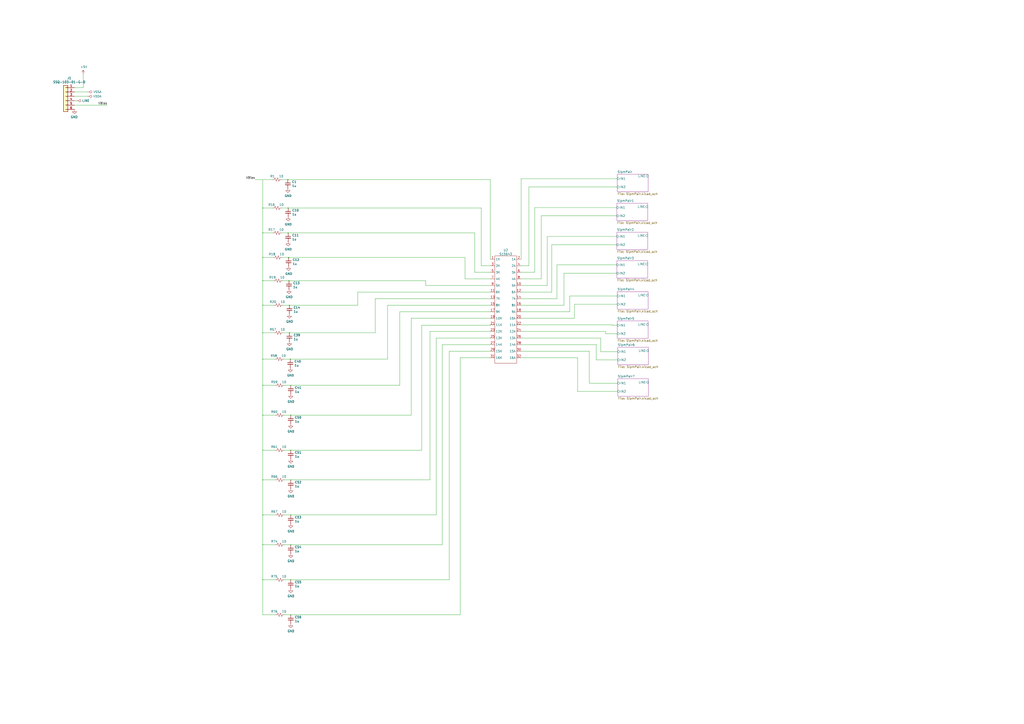
<source format=kicad_sch>
(kicad_sch (version 20210621) (generator eeschema)
  (paper "A2")
  (lib_symbols
    (symbol "Connector_Generic:Conn_01x06" (pin_names (offset 1.016) hide)
      (property "Reference" "J" (at 0 7.62 0))
      (property "Value" "Conn_01x06" (at 0 -10.16 0))
      (symbol "Conn_01x06_1_1"
        (rectangle (start -1.27 -7.493) (end 0 -7.747) (stroke (width 0.1524)))
        (rectangle (start -1.27 -4.953) (end 0 -5.207) (stroke (width 0.1524)))
        (rectangle (start -1.27 -2.413) (end 0 -2.667) (stroke (width 0.1524)))
        (rectangle (start -1.27 0.127) (end 0 -0.127) (stroke (width 0.1524)))
        (rectangle (start -1.27 2.667) (end 0 2.413) (stroke (width 0.1524)))
        (rectangle (start -1.27 5.207) (end 0 4.953) (stroke (width 0.1524)))
        (rectangle (start -1.27 6.35) (end 1.27 -8.89) (stroke (width 0.254)) (fill (type background)))
        (pin passive line (at -5.08 5.08 0) (length 3.81) (name "Pin_1") (number "1"))
        (pin passive line (at -5.08 2.54 0) (length 3.81) (name "Pin_2") (number "2"))
        (pin passive line (at -5.08 0 0) (length 3.81) (name "Pin_3") (number "3"))
        (pin passive line (at -5.08 -2.54 0) (length 3.81) (name "Pin_4") (number "4"))
        (pin passive line (at -5.08 -5.08 0) (length 3.81) (name "Pin_5") (number "5"))
        (pin passive line (at -5.08 -7.62 0) (length 3.81) (name "Pin_6") (number "6"))
      )
    )
    (symbol "Device:C_Small" (pin_numbers hide) (pin_names (offset 0.254) hide)
      (property "Reference" "C" (at 0.254 1.778 0))
      (property "Value" "C_Small" (at 0.254 -2.032 0))
      (symbol "C_Small_0_1"
        (polyline (pts (xy -1.524 -0.508) (xy 1.524 -0.508)) (stroke (width 0.3302)))
        (polyline (pts (xy -1.524 0.508) (xy 1.524 0.508)) (stroke (width 0.3048)))
      )
      (symbol "C_Small_1_1"
        (pin passive line (at 0 2.54 270) (length 2.032) (name "~") (number "1"))
        (pin passive line (at 0 -2.54 90) (length 2.032) (name "~") (number "2"))
      )
    )
    (symbol "Device:R_Small_US" (pin_numbers hide) (pin_names (offset 0.254) hide)
      (property "Reference" "R" (at 0.762 0.508 0))
      (property "Value" "R_Small_US" (at 0.762 -1.016 0))
      (symbol "R_Small_US_1_1"
        (polyline (pts (xy 0 0) (xy 1.016 -0.381) (xy 0 -0.762) (xy -1.016 -1.143) (xy 0 -1.524)))
        (polyline (pts (xy 0 1.524) (xy 1.016 1.143) (xy 0 0.762) (xy -1.016 0.381) (xy 0 0)))
        (pin passive line (at 0 2.54 270) (length 1.016) (name "~") (number "1"))
        (pin passive line (at 0 -2.54 90) (length 1.016) (name "~") (number "2"))
      )
    )
    (symbol "power:+5V" (power) (pin_names (offset 0))
      (property "Value" "+5V" (at 0 3.556 0))
      (symbol "+5V_0_1"
        (polyline (pts (xy -0.762 1.27) (xy 0 2.54)))
        (polyline (pts (xy 0 0) (xy 0 2.54)))
        (polyline (pts (xy 0 2.54) (xy 0.762 1.27)))
      )
      (symbol "+5V_1_1"
        (pin power_in line (at 0 0 90) (length 0) hide (name "+5V") (number "1"))
      )
    )
    (symbol "power:GND" (power) (pin_names (offset 0))
      (property "Value" "GND" (at 0 -3.81 0))
      (symbol "GND_0_1"
        (polyline (pts (xy 0 0) (xy 0 -1.27) (xy 1.27 -1.27) (xy 0 -2.54) (xy -1.27 -1.27) (xy 0 -1.27)))
      )
      (symbol "GND_1_1"
        (pin power_in line (at 0 0 270) (length 0) hide (name "GND") (number "1"))
      )
    )
    (symbol "power:LINE" (power) (pin_names (offset 0))
      (property "Value" "LINE" (at 0 3.81 0))
      (symbol "LINE_0_1"
        (circle (center 0 1.905) (radius 0.635))
        (polyline (pts (xy 0 0) (xy 0 1.27)))
      )
      (symbol "LINE_1_1"
        (pin power_in line (at 0 0 90) (length 0) hide (name "LINE") (number "1"))
      )
    )
    (symbol "power:VDDA" (power) (pin_names (offset 0))
      (property "Value" "VDDA" (at 0 3.81 0))
      (symbol "VDDA_0_1"
        (circle (center 0 1.905) (radius 0.635))
        (polyline (pts (xy 0 0) (xy 0 1.27)))
      )
      (symbol "VDDA_1_1"
        (pin power_in line (at 0 0 90) (length 0) hide (name "VDDA") (number "1"))
      )
    )
    (symbol "power:VSSA" (power) (pin_names (offset 0))
      (property "Value" "VSSA" (at 0 3.81 0))
      (symbol "VSSA_0_1"
        (circle (center 0 1.905) (radius 0.635))
        (polyline (pts (xy 0 0) (xy 0 1.27)))
      )
      (symbol "VSSA_1_1"
        (pin power_in line (at 0 0 90) (length 0) hide (name "VSSA") (number "1"))
      )
    )
    (symbol "sipm:S15643"
      (property "Reference" "U" (at 0 21.59 0))
      (property "Value" "S15643" (at 0 24.13 0))
      (symbol "S15643_0_1"
        (rectangle (start -6.35 19.685) (end 6.35 -42.545) (stroke (width 0.1524)))
      )
      (symbol "S15643_1_1"
        (pin input line (at -8.89 17.78 0) (length 2.54) (name "1K") (number "1"))
        (pin output line (at 8.89 2.54 180) (length 2.54) (name "5A") (number "10"))
        (pin input line (at -8.89 -1.27 0) (length 2.54) (name "6K") (number "11"))
        (pin output line (at 8.89 -1.27 180) (length 2.54) (name "6A") (number "12"))
        (pin input line (at -8.89 -5.08 0) (length 2.54) (name "7K") (number "13"))
        (pin output line (at 8.89 -5.08 180) (length 2.54) (name "7A") (number "14"))
        (pin input line (at -8.89 -8.89 0) (length 2.54) (name "8K") (number "15"))
        (pin output line (at 8.89 -8.89 180) (length 2.54) (name "8A") (number "16"))
        (pin input line (at -8.89 -12.7 0) (length 2.54) (name "9K") (number "17"))
        (pin output line (at 8.89 -12.7 180) (length 2.54) (name "9A") (number "18"))
        (pin input line (at -8.89 -16.51 0) (length 2.54) (name "10K") (number "19"))
        (pin output line (at 8.89 17.78 180) (length 2.54) (name "1A") (number "2"))
        (pin output line (at 8.89 -16.51 180) (length 2.54) (name "10A") (number "20"))
        (pin input line (at -8.89 -20.32 0) (length 2.54) (name "11K") (number "21"))
        (pin output line (at 8.89 -20.32 180) (length 2.54) (name "11A") (number "22"))
        (pin input line (at -8.89 -24.13 0) (length 2.54) (name "12K") (number "23"))
        (pin output line (at 8.89 -24.13 180) (length 2.54) (name "12A") (number "24"))
        (pin input line (at -8.89 -27.94 0) (length 2.54) (name "13K") (number "25"))
        (pin output line (at 8.89 -27.94 180) (length 2.54) (name "13A") (number "26"))
        (pin input line (at -8.89 -31.75 0) (length 2.54) (name "14K") (number "27"))
        (pin output line (at 8.89 -31.75 180) (length 2.54) (name "14A") (number "28"))
        (pin input line (at -8.89 -35.56 0) (length 2.54) (name "15K") (number "29"))
        (pin input line (at -8.89 13.97 0) (length 2.54) (name "2K") (number "3"))
        (pin output line (at 8.89 -35.56 180) (length 2.54) (name "15A") (number "30"))
        (pin input line (at -8.89 -39.37 0) (length 2.54) (name "16K") (number "31"))
        (pin output line (at 8.89 -39.37 180) (length 2.54) (name "16A") (number "32"))
        (pin output line (at 8.89 13.97 180) (length 2.54) (name "2A") (number "4"))
        (pin input line (at -8.89 10.16 0) (length 2.54) (name "3K") (number "5"))
        (pin output line (at 8.89 10.16 180) (length 2.54) (name "3A") (number "6"))
        (pin input line (at -8.89 6.35 0) (length 2.54) (name "4K") (number "7"))
        (pin output line (at 8.89 6.35 180) (length 2.54) (name "4A") (number "8"))
        (pin input line (at -8.89 2.54 0) (length 2.54) (name "5K") (number "9"))
      )
    )
  )
  (junction (at 152.4 120.65) (diameter 0.3048))
  (junction (at 152.4 135.128) (diameter 0.3048))
  (junction (at 152.4 149.352) (diameter 0.3048))
  (junction (at 152.4 162.814) (diameter 0.3048))
  (junction (at 152.4 177.038) (diameter 0.3048))
  (junction (at 152.4 193.04) (diameter 0.3048))
  (junction (at 152.4 208.28) (diameter 0.3048))
  (junction (at 152.4 223.52) (diameter 0.3048))
  (junction (at 152.4 240.792) (diameter 0.3048))
  (junction (at 152.4 261.112) (diameter 0.3048))
  (junction (at 152.4 278.384) (diameter 0.3048))
  (junction (at 152.4 298.704) (diameter 0.3048))
  (junction (at 152.4 315.976) (diameter 0.3048))
  (junction (at 152.4 336.296) (diameter 0.3048))
  (junction (at 167.005 104.14) (diameter 0.3048))
  (junction (at 167.132 120.65) (diameter 0.3048))
  (junction (at 167.132 135.128) (diameter 0.3048))
  (junction (at 167.386 149.352) (diameter 0.3048))
  (junction (at 167.64 162.814) (diameter 0.3048))
  (junction (at 167.894 177.038) (diameter 0.3048))
  (junction (at 167.894 193.04) (diameter 0.3048))
  (junction (at 168.402 208.28) (diameter 0.3048))
  (junction (at 168.656 223.52) (diameter 0.3048))
  (junction (at 168.656 240.792) (diameter 0.3048))
  (junction (at 168.656 261.112) (diameter 0.3048))
  (junction (at 168.656 278.384) (diameter 0.3048))
  (junction (at 168.656 298.704) (diameter 0.3048))
  (junction (at 168.656 315.976) (diameter 0.3048))
  (junction (at 168.656 336.296) (diameter 0.3048))
  (junction (at 168.656 356.616) (diameter 0.3048))
  (wire (pts (xy 43.18 50.8) (xy 48.26 50.8)))
  (wire (pts (xy 43.18 53.34) (xy 50.8 53.34)))
  (wire (pts (xy 43.18 55.88) (xy 50.8 55.88)))
  (wire (pts (xy 43.18 58.42) (xy 44.45 58.42)))
  (wire (pts (xy 43.18 60.96) (xy 62.23 60.96)))
  (wire (pts (xy 48.26 43.18) (xy 48.26 50.8)))
  (wire (pts (xy 147.955 104.14) (xy 158.115 104.14)))
  (wire (pts (xy 152.4 104.394) (xy 152.4 120.65)))
  (wire (pts (xy 152.4 120.65) (xy 158.242 120.65)))
  (wire (pts (xy 152.4 135.128) (xy 152.4 120.65)))
  (wire (pts (xy 152.4 135.128) (xy 152.4 149.352)))
  (wire (pts (xy 152.4 149.352) (xy 152.4 162.814)))
  (wire (pts (xy 152.4 149.352) (xy 158.496 149.352)))
  (wire (pts (xy 152.4 162.814) (xy 152.4 177.038)))
  (wire (pts (xy 152.4 162.814) (xy 158.75 162.814)))
  (wire (pts (xy 152.4 177.038) (xy 152.4 193.04)))
  (wire (pts (xy 152.4 177.038) (xy 159.004 177.038)))
  (wire (pts (xy 152.4 193.04) (xy 152.4 208.28)))
  (wire (pts (xy 152.4 193.04) (xy 159.004 193.04)))
  (wire (pts (xy 152.4 208.28) (xy 152.4 223.52)))
  (wire (pts (xy 152.4 208.28) (xy 159.512 208.28)))
  (wire (pts (xy 152.4 223.52) (xy 152.4 240.792)))
  (wire (pts (xy 152.4 223.52) (xy 159.766 223.52)))
  (wire (pts (xy 152.4 240.792) (xy 152.4 261.112)))
  (wire (pts (xy 152.4 240.792) (xy 159.766 240.792)))
  (wire (pts (xy 152.4 261.112) (xy 152.4 278.384)))
  (wire (pts (xy 152.4 261.112) (xy 159.766 261.112)))
  (wire (pts (xy 152.4 278.384) (xy 152.4 298.704)))
  (wire (pts (xy 152.4 278.384) (xy 159.766 278.384)))
  (wire (pts (xy 152.4 298.704) (xy 152.4 315.976)))
  (wire (pts (xy 152.4 298.704) (xy 159.766 298.704)))
  (wire (pts (xy 152.4 315.976) (xy 152.4 336.296)))
  (wire (pts (xy 152.4 315.976) (xy 159.766 315.976)))
  (wire (pts (xy 152.4 336.296) (xy 152.4 356.616)))
  (wire (pts (xy 152.4 336.296) (xy 159.766 336.296)))
  (wire (pts (xy 152.4 356.616) (xy 159.766 356.616)))
  (wire (pts (xy 158.242 135.128) (xy 152.4 135.128)))
  (wire (pts (xy 163.195 104.14) (xy 167.005 104.14)))
  (wire (pts (xy 163.322 120.65) (xy 167.132 120.65)))
  (wire (pts (xy 163.322 135.128) (xy 167.132 135.128)))
  (wire (pts (xy 163.576 149.352) (xy 167.386 149.352)))
  (wire (pts (xy 163.83 162.814) (xy 167.64 162.814)))
  (wire (pts (xy 164.084 177.038) (xy 167.894 177.038)))
  (wire (pts (xy 164.084 193.04) (xy 167.894 193.04)))
  (wire (pts (xy 164.592 208.28) (xy 168.402 208.28)))
  (wire (pts (xy 164.846 223.52) (xy 168.656 223.52)))
  (wire (pts (xy 164.846 240.792) (xy 168.656 240.792)))
  (wire (pts (xy 164.846 261.112) (xy 168.656 261.112)))
  (wire (pts (xy 164.846 278.384) (xy 168.656 278.384)))
  (wire (pts (xy 164.846 298.704) (xy 168.656 298.704)))
  (wire (pts (xy 164.846 315.976) (xy 168.656 315.976)))
  (wire (pts (xy 164.846 336.296) (xy 168.656 336.296)))
  (wire (pts (xy 164.846 356.616) (xy 168.656 356.616)))
  (wire (pts (xy 167.005 104.14) (xy 284.48 104.14)))
  (wire (pts (xy 167.132 120.65) (xy 279.146 120.65)))
  (wire (pts (xy 167.132 135.128) (xy 275.336 135.128)))
  (wire (pts (xy 167.64 162.814) (xy 246.888 162.814)))
  (wire (pts (xy 167.894 177.038) (xy 207.518 177.038)))
  (wire (pts (xy 167.894 193.04) (xy 217.678 193.04)))
  (wire (pts (xy 168.402 208.28) (xy 224.79 208.28)))
  (wire (pts (xy 168.656 223.52) (xy 231.902 223.52)))
  (wire (pts (xy 168.656 240.792) (xy 238.506 240.792)))
  (wire (pts (xy 168.656 261.112) (xy 244.602 261.112)))
  (wire (pts (xy 168.656 278.384) (xy 249.428 278.384)))
  (wire (pts (xy 168.656 298.704) (xy 252.984 298.704)))
  (wire (pts (xy 168.656 315.976) (xy 256.54 315.976)))
  (wire (pts (xy 168.656 336.296) (xy 260.604 336.296)))
  (wire (pts (xy 168.656 356.616) (xy 266.954 356.616)))
  (wire (pts (xy 207.518 169.418) (xy 284.48 169.418)))
  (wire (pts (xy 207.518 177.038) (xy 207.518 169.418)))
  (wire (pts (xy 217.678 173.228) (xy 284.48 173.228)))
  (wire (pts (xy 217.678 193.04) (xy 217.678 173.228)))
  (wire (pts (xy 224.79 177.038) (xy 284.48 177.038)))
  (wire (pts (xy 224.79 208.28) (xy 224.79 177.038)))
  (wire (pts (xy 231.902 180.848) (xy 284.48 180.848)))
  (wire (pts (xy 231.902 223.52) (xy 231.902 180.848)))
  (wire (pts (xy 238.506 184.658) (xy 284.48 184.658)))
  (wire (pts (xy 238.506 240.792) (xy 238.506 184.658)))
  (wire (pts (xy 244.602 188.722) (xy 284.48 188.722)))
  (wire (pts (xy 244.602 261.112) (xy 244.602 188.722)))
  (wire (pts (xy 246.888 162.814) (xy 246.888 165.608)))
  (wire (pts (xy 246.888 165.608) (xy 284.48 165.608)))
  (wire (pts (xy 249.428 192.278) (xy 284.48 192.278)))
  (wire (pts (xy 249.428 278.384) (xy 249.428 192.278)))
  (wire (pts (xy 252.984 196.088) (xy 252.984 298.704)))
  (wire (pts (xy 256.54 199.898) (xy 284.48 199.898)))
  (wire (pts (xy 256.54 315.976) (xy 256.54 199.898)))
  (wire (pts (xy 260.604 203.708) (xy 260.604 336.296)))
  (wire (pts (xy 266.954 207.518) (xy 284.48 207.518)))
  (wire (pts (xy 266.954 356.616) (xy 266.954 207.518)))
  (wire (pts (xy 269.748 149.352) (xy 167.386 149.352)))
  (wire (pts (xy 269.748 161.798) (xy 269.748 149.352)))
  (wire (pts (xy 275.336 135.128) (xy 275.336 157.988)))
  (wire (pts (xy 275.336 157.988) (xy 284.48 157.988)))
  (wire (pts (xy 279.146 120.65) (xy 279.146 154.178)))
  (wire (pts (xy 279.146 154.178) (xy 284.48 154.178)))
  (wire (pts (xy 284.48 104.14) (xy 284.48 150.368)))
  (wire (pts (xy 284.48 161.798) (xy 269.748 161.798)))
  (wire (pts (xy 284.48 188.722) (xy 284.48 188.468)))
  (wire (pts (xy 284.48 196.088) (xy 252.984 196.088)))
  (wire (pts (xy 284.48 203.708) (xy 260.604 203.708)))
  (wire (pts (xy 302.26 103.632) (xy 302.26 150.368)))
  (wire (pts (xy 302.26 157.988) (xy 310.134 157.988)))
  (wire (pts (xy 302.26 165.608) (xy 317.5 165.608)))
  (wire (pts (xy 302.26 177.038) (xy 327.152 177.038)))
  (wire (pts (xy 302.26 180.848) (xy 330.454 180.848)))
  (wire (pts (xy 302.26 188.468) (xy 355.346 188.468)))
  (wire (pts (xy 302.26 192.278) (xy 351.282 192.278)))
  (wire (pts (xy 302.26 196.088) (xy 348.488 196.088)))
  (wire (pts (xy 302.26 203.708) (xy 341.884 203.708)))
  (wire (pts (xy 306.832 108.458) (xy 306.832 154.178)))
  (wire (pts (xy 306.832 108.458) (xy 358.14 108.458)))
  (wire (pts (xy 306.832 154.178) (xy 302.26 154.178)))
  (wire (pts (xy 310.134 120.396) (xy 357.886 120.396)))
  (wire (pts (xy 310.134 157.988) (xy 310.134 120.396)))
  (wire (pts (xy 313.944 125.222) (xy 313.944 161.798)))
  (wire (pts (xy 313.944 161.798) (xy 302.26 161.798)))
  (wire (pts (xy 317.5 137.16) (xy 357.886 137.16)))
  (wire (pts (xy 317.5 165.608) (xy 317.5 137.16)))
  (wire (pts (xy 320.04 141.986) (xy 320.04 169.418)))
  (wire (pts (xy 320.04 169.418) (xy 302.26 169.418)))
  (wire (pts (xy 323.088 153.67) (xy 323.088 173.228)))
  (wire (pts (xy 323.088 173.228) (xy 302.26 173.228)))
  (wire (pts (xy 327.152 158.496) (xy 357.886 158.496)))
  (wire (pts (xy 327.152 177.038) (xy 327.152 158.496)))
  (wire (pts (xy 330.454 171.704) (xy 358.14 171.704)))
  (wire (pts (xy 330.454 180.848) (xy 330.454 171.704)))
  (wire (pts (xy 333.248 176.53) (xy 333.248 184.658)))
  (wire (pts (xy 333.248 184.658) (xy 302.26 184.658)))
  (wire (pts (xy 335.026 207.518) (xy 302.26 207.518)))
  (wire (pts (xy 335.026 227.076) (xy 335.026 207.518)))
  (wire (pts (xy 341.884 203.708) (xy 341.884 222.25)))
  (wire (pts (xy 341.884 222.25) (xy 358.394 222.25)))
  (wire (pts (xy 345.948 199.898) (xy 302.26 199.898)))
  (wire (pts (xy 345.948 208.788) (xy 345.948 199.898)))
  (wire (pts (xy 348.488 196.088) (xy 348.488 203.962)))
  (wire (pts (xy 348.488 203.962) (xy 358.394 203.962)))
  (wire (pts (xy 351.282 193.548) (xy 351.282 192.278)))
  (wire (pts (xy 355.346 188.468) (xy 355.346 188.722)))
  (wire (pts (xy 355.346 188.722) (xy 358.14 188.722)))
  (wire (pts (xy 357.886 125.222) (xy 313.944 125.222)))
  (wire (pts (xy 357.886 141.986) (xy 320.04 141.986)))
  (wire (pts (xy 357.886 153.67) (xy 323.088 153.67)))
  (wire (pts (xy 358.14 103.632) (xy 302.26 103.632)))
  (wire (pts (xy 358.14 176.53) (xy 333.248 176.53)))
  (wire (pts (xy 358.14 193.548) (xy 351.282 193.548)))
  (wire (pts (xy 358.394 208.788) (xy 345.948 208.788)))
  (wire (pts (xy 358.394 227.076) (xy 335.026 227.076)))
  (label "VBias" (at 62.23 60.96 180))
  (label "VBias" (at 147.955 104.14 180))
  (symbol (lib_id "power:LINE") (at 44.45 58.42 270) (mirror x) (unit 1)
    (property "Reference" "#PWR0135" (effects hide))
    (property "Value" "LINE" (at 47.625 58.42 90) (effects (justify left)))
  )
  (symbol (lib_id "power:VSSA") (at 50.8 53.34 270) (mirror x) (unit 1)
    (property "Reference" "#PWR0138" (effects hide))
    (property "Value" "VSSA" (at 56.515 53.34 90))
  )
  (symbol (lib_id "power:VDDA") (at 50.8 55.88 270) (mirror x) (unit 1)
    (property "Reference" "#PWR0136" (effects hide))
    (property "Value" "VDDA" (at 53.975 55.88 90) (effects (justify left)))
  )
  (symbol (lib_id "power:+5V") (at 48.26 43.18 0) (unit 1)
    (property "Reference" "#PWR0139" (effects hide))
    (property "Value" "+5V" (at 48.641 38.7858 0))
  )
  (symbol (lib_id "power:GND") (at 43.18 63.5 0) (mirror y) (unit 1)
    (property "Reference" "#PWR0137" (effects hide))
    (property "Value" "GND" (at 43.053 67.8942 0))
  )
  (symbol (lib_id "power:GND") (at 167.005 109.22 0) (unit 1)
    (property "Reference" "#PWR0101" (effects hide))
    (property "Value" "GND" (at 167.132 113.6142 0))
  )
  (symbol (lib_id "power:GND") (at 167.132 125.73 0) (unit 1)
    (property "Reference" "#PWR0103" (effects hide))
    (property "Value" "GND" (at 167.259 130.1242 0))
  )
  (symbol (lib_id "power:GND") (at 167.132 140.208 0) (unit 1)
    (property "Reference" "#PWR0117" (effects hide))
    (property "Value" "GND" (at 167.259 144.6022 0))
  )
  (symbol (lib_id "power:GND") (at 167.386 154.432 0) (unit 1)
    (property "Reference" "#PWR0122" (effects hide))
    (property "Value" "GND" (at 167.513 158.8262 0))
  )
  (symbol (lib_id "power:GND") (at 167.64 167.894 0) (unit 1)
    (property "Reference" "#PWR0123" (effects hide))
    (property "Value" "GND" (at 167.767 172.2882 0))
  )
  (symbol (lib_id "power:GND") (at 167.894 182.118 0) (unit 1)
    (property "Reference" "#PWR0124" (effects hide))
    (property "Value" "GND" (at 168.021 186.5122 0))
  )
  (symbol (lib_id "power:GND") (at 167.894 198.12 0) (unit 1)
    (property "Reference" "#PWR0167" (effects hide))
    (property "Value" "GND" (at 168.021 202.5142 0))
  )
  (symbol (lib_id "power:GND") (at 168.402 213.36 0) (unit 1)
    (property "Reference" "#PWR0166" (effects hide))
    (property "Value" "GND" (at 168.529 217.7542 0))
  )
  (symbol (lib_id "power:GND") (at 168.656 228.6 0) (unit 1)
    (property "Reference" "#PWR0169" (effects hide))
    (property "Value" "GND" (at 168.783 232.9942 0))
  )
  (symbol (lib_id "power:GND") (at 168.656 245.872 0) (unit 1)
    (property "Reference" "#PWR0168" (effects hide))
    (property "Value" "GND" (at 168.783 250.2662 0))
  )
  (symbol (lib_id "power:GND") (at 168.656 266.192 0) (unit 1)
    (property "Reference" "#PWR0170" (effects hide))
    (property "Value" "GND" (at 168.783 270.5862 0))
  )
  (symbol (lib_id "power:GND") (at 168.656 283.464 0) (unit 1)
    (property "Reference" "#PWR0171" (effects hide))
    (property "Value" "GND" (at 168.783 287.8582 0))
  )
  (symbol (lib_id "power:GND") (at 168.656 303.784 0) (unit 1)
    (property "Reference" "#PWR0173" (effects hide))
    (property "Value" "GND" (at 168.783 308.1782 0))
  )
  (symbol (lib_id "power:GND") (at 168.656 321.056 0) (unit 1)
    (property "Reference" "#PWR0172" (effects hide))
    (property "Value" "GND" (at 168.783 325.4502 0))
  )
  (symbol (lib_id "power:GND") (at 168.656 341.376 0) (unit 1)
    (property "Reference" "#PWR0175" (effects hide))
    (property "Value" "GND" (at 168.783 345.7702 0))
  )
  (symbol (lib_id "power:GND") (at 168.656 361.696 0) (unit 1)
    (property "Reference" "#PWR0174" (effects hide))
    (property "Value" "GND" (at 168.783 366.0902 0))
  )
  (symbol (lib_id "Device:R_Small_US") (at 160.655 104.14 90) (unit 1)
    (property "Reference" "R1" (at 159.385 102.235 90) (effects (justify left)))
    (property "Value" "10" (at 164.465 102.235 90) (effects (justify left)))
    (property "Footprint" "R_0402_1005Metric" (effects hide))
  )
  (symbol (lib_id "Device:R_Small_US") (at 160.782 120.65 90) (unit 1)
    (property "Reference" "R16" (at 159.512 118.745 90) (effects (justify left)))
    (property "Value" "10" (at 164.592 118.745 90) (effects (justify left)))
    (property "Footprint" "R_0402_1005Metric" (effects hide))
  )
  (symbol (lib_id "Device:R_Small_US") (at 160.782 135.128 90) (unit 1)
    (property "Reference" "R17" (at 159.512 133.223 90) (effects (justify left)))
    (property "Value" "10" (at 164.592 133.223 90) (effects (justify left)))
    (property "Footprint" "R_0402_1005Metric" (effects hide))
  )
  (symbol (lib_id "Device:R_Small_US") (at 161.036 149.352 90) (unit 1)
    (property "Reference" "R18" (at 159.766 147.447 90) (effects (justify left)))
    (property "Value" "10" (at 164.846 147.447 90) (effects (justify left)))
    (property "Footprint" "R_0402_1005Metric" (effects hide))
  )
  (symbol (lib_id "Device:R_Small_US") (at 161.29 162.814 90) (unit 1)
    (property "Reference" "R19" (at 160.02 160.909 90) (effects (justify left)))
    (property "Value" "10" (at 165.1 160.909 90) (effects (justify left)))
    (property "Footprint" "R_0402_1005Metric" (effects hide))
  )
  (symbol (lib_id "Device:R_Small_US") (at 161.544 177.038 90) (unit 1)
    (property "Reference" "R20" (at 160.274 175.133 90) (effects (justify left)))
    (property "Value" "10" (at 165.354 175.133 90) (effects (justify left)))
    (property "Footprint" "R_0402_1005Metric" (effects hide))
  )
  (symbol (lib_id "Device:R_Small_US") (at 161.544 193.04 90) (unit 1)
    (property "Reference" "R57" (at 160.274 191.135 90) (effects (justify left)))
    (property "Value" "10" (at 165.354 191.135 90) (effects (justify left)))
    (property "Footprint" "R_0402_1005Metric" (effects hide))
  )
  (symbol (lib_id "Device:R_Small_US") (at 162.052 208.28 90) (unit 1)
    (property "Reference" "R58" (at 160.782 206.375 90) (effects (justify left)))
    (property "Value" "10" (at 165.862 206.375 90) (effects (justify left)))
    (property "Footprint" "R_0402_1005Metric" (effects hide))
  )
  (symbol (lib_id "Device:R_Small_US") (at 162.306 223.52 90) (unit 1)
    (property "Reference" "R59" (at 161.036 221.615 90) (effects (justify left)))
    (property "Value" "10" (at 166.116 221.615 90) (effects (justify left)))
    (property "Footprint" "R_0402_1005Metric" (effects hide))
  )
  (symbol (lib_id "Device:R_Small_US") (at 162.306 240.792 90) (unit 1)
    (property "Reference" "R60" (at 161.036 238.887 90) (effects (justify left)))
    (property "Value" "10" (at 166.116 238.887 90) (effects (justify left)))
    (property "Footprint" "R_0402_1005Metric" (effects hide))
  )
  (symbol (lib_id "Device:R_Small_US") (at 162.306 261.112 90) (unit 1)
    (property "Reference" "R61" (at 161.036 259.207 90) (effects (justify left)))
    (property "Value" "10" (at 166.116 259.207 90) (effects (justify left)))
    (property "Footprint" "R_0402_1005Metric" (effects hide))
  )
  (symbol (lib_id "Device:R_Small_US") (at 162.306 278.384 90) (unit 1)
    (property "Reference" "R66" (at 161.036 276.479 90) (effects (justify left)))
    (property "Value" "10" (at 166.116 276.479 90) (effects (justify left)))
    (property "Footprint" "R_0402_1005Metric" (effects hide))
  )
  (symbol (lib_id "Device:R_Small_US") (at 162.306 298.704 90) (unit 1)
    (property "Reference" "R67" (at 161.036 296.799 90) (effects (justify left)))
    (property "Value" "10" (at 166.116 296.799 90) (effects (justify left)))
    (property "Footprint" "R_0402_1005Metric" (effects hide))
  )
  (symbol (lib_id "Device:R_Small_US") (at 162.306 315.976 90) (unit 1)
    (property "Reference" "R74" (at 161.036 314.071 90) (effects (justify left)))
    (property "Value" "10" (at 166.116 314.071 90) (effects (justify left)))
    (property "Footprint" "R_0402_1005Metric" (effects hide))
  )
  (symbol (lib_id "Device:R_Small_US") (at 162.306 336.296 90) (unit 1)
    (property "Reference" "R75" (at 161.036 334.391 90) (effects (justify left)))
    (property "Value" "10" (at 166.116 334.391 90) (effects (justify left)))
    (property "Footprint" "R_0402_1005Metric" (effects hide))
  )
  (symbol (lib_id "Device:R_Small_US") (at 162.306 356.616 90) (unit 1)
    (property "Reference" "R76" (at 161.036 354.711 90) (effects (justify left)))
    (property "Value" "10" (at 166.116 354.711 90) (effects (justify left)))
    (property "Footprint" "R_0402_1005Metric" (effects hide))
  )
  (symbol (lib_id "Device:C_Small") (at 167.005 106.68 0) (unit 1)
    (property "Reference" "C1" (at 169.3418 105.5116 0) (effects (justify left)))
    (property "Value" "1u" (at 169.3418 107.823 0) (effects (justify left)))
    (property "Footprint" "Capacitor_SMD:C_0805_2012Metric" (effects hide))
  )
  (symbol (lib_id "Device:C_Small") (at 167.132 123.19 0) (unit 1)
    (property "Reference" "C10" (at 169.4688 122.0216 0) (effects (justify left)))
    (property "Value" "1u" (at 169.4688 124.333 0) (effects (justify left)))
    (property "Footprint" "Capacitor_SMD:C_0805_2012Metric" (effects hide))
  )
  (symbol (lib_id "Device:C_Small") (at 167.132 137.668 0) (unit 1)
    (property "Reference" "C11" (at 169.4688 136.4996 0) (effects (justify left)))
    (property "Value" "1u" (at 169.4688 138.811 0) (effects (justify left)))
    (property "Footprint" "Capacitor_SMD:C_0805_2012Metric" (effects hide))
  )
  (symbol (lib_id "Device:C_Small") (at 167.386 151.892 0) (unit 1)
    (property "Reference" "C12" (at 169.7228 150.7236 0) (effects (justify left)))
    (property "Value" "1u" (at 169.7228 153.035 0) (effects (justify left)))
    (property "Footprint" "Capacitor_SMD:C_0805_2012Metric" (effects hide))
  )
  (symbol (lib_id "Device:C_Small") (at 167.64 165.354 0) (unit 1)
    (property "Reference" "C13" (at 169.9768 164.1856 0) (effects (justify left)))
    (property "Value" "1u" (at 169.9768 166.497 0) (effects (justify left)))
    (property "Footprint" "Capacitor_SMD:C_0805_2012Metric" (effects hide))
  )
  (symbol (lib_id "Device:C_Small") (at 167.894 179.578 0) (unit 1)
    (property "Reference" "C14" (at 170.2308 178.4096 0) (effects (justify left)))
    (property "Value" "1u" (at 170.2308 180.721 0) (effects (justify left)))
    (property "Footprint" "Capacitor_SMD:C_0805_2012Metric" (effects hide))
  )
  (symbol (lib_id "Device:C_Small") (at 167.894 195.58 0) (unit 1)
    (property "Reference" "C39" (at 170.2308 194.4116 0) (effects (justify left)))
    (property "Value" "1u" (at 170.2308 196.723 0) (effects (justify left)))
    (property "Footprint" "Capacitor_SMD:C_0805_2012Metric" (effects hide))
  )
  (symbol (lib_id "Device:C_Small") (at 168.402 210.82 0) (unit 1)
    (property "Reference" "C40" (at 170.7388 209.6516 0) (effects (justify left)))
    (property "Value" "1u" (at 170.7388 211.963 0) (effects (justify left)))
    (property "Footprint" "Capacitor_SMD:C_0805_2012Metric" (effects hide))
  )
  (symbol (lib_id "Device:C_Small") (at 168.656 226.06 0) (unit 1)
    (property "Reference" "C41" (at 170.9928 224.8916 0) (effects (justify left)))
    (property "Value" "1u" (at 170.9928 227.203 0) (effects (justify left)))
    (property "Footprint" "Capacitor_SMD:C_0805_2012Metric" (effects hide))
  )
  (symbol (lib_id "Device:C_Small") (at 168.656 243.332 0) (unit 1)
    (property "Reference" "C50" (at 170.9928 242.1636 0) (effects (justify left)))
    (property "Value" "1u" (at 170.9928 244.475 0) (effects (justify left)))
    (property "Footprint" "Capacitor_SMD:C_0805_2012Metric" (effects hide))
  )
  (symbol (lib_id "Device:C_Small") (at 168.656 263.652 0) (unit 1)
    (property "Reference" "C51" (at 170.9928 262.4836 0) (effects (justify left)))
    (property "Value" "1u" (at 170.9928 264.795 0) (effects (justify left)))
    (property "Footprint" "Capacitor_SMD:C_0805_2012Metric" (effects hide))
  )
  (symbol (lib_id "Device:C_Small") (at 168.656 280.924 0) (unit 1)
    (property "Reference" "C52" (at 170.9928 279.7556 0) (effects (justify left)))
    (property "Value" "1u" (at 170.9928 282.067 0) (effects (justify left)))
    (property "Footprint" "Capacitor_SMD:C_0805_2012Metric" (effects hide))
  )
  (symbol (lib_id "Device:C_Small") (at 168.656 301.244 0) (unit 1)
    (property "Reference" "C53" (at 170.9928 300.0756 0) (effects (justify left)))
    (property "Value" "1u" (at 170.9928 302.387 0) (effects (justify left)))
    (property "Footprint" "Capacitor_SMD:C_0805_2012Metric" (effects hide))
  )
  (symbol (lib_id "Device:C_Small") (at 168.656 318.516 0) (unit 1)
    (property "Reference" "C54" (at 170.9928 317.3476 0) (effects (justify left)))
    (property "Value" "1u" (at 170.9928 319.659 0) (effects (justify left)))
    (property "Footprint" "Capacitor_SMD:C_0805_2012Metric" (effects hide))
  )
  (symbol (lib_id "Device:C_Small") (at 168.656 338.836 0) (unit 1)
    (property "Reference" "C55" (at 170.9928 337.6676 0) (effects (justify left)))
    (property "Value" "1u" (at 170.9928 339.979 0) (effects (justify left)))
    (property "Footprint" "Capacitor_SMD:C_0805_2012Metric" (effects hide))
  )
  (symbol (lib_id "Device:C_Small") (at 168.656 359.156 0) (unit 1)
    (property "Reference" "C56" (at 170.9928 357.9876 0) (effects (justify left)))
    (property "Value" "1u" (at 170.9928 360.299 0) (effects (justify left)))
    (property "Footprint" "Capacitor_SMD:C_0805_2012Metric" (effects hide))
  )
  (symbol (lib_id "Connector_Generic:Conn_01x06") (at 38.1 55.88 0) (mirror y) (unit 1)
    (property "Reference" "J1" (at 40.1828 45.2882 0))
    (property "Value" "SSQ-103-01-G-D" (at 40.1828 47.5996 0))
    (property "Footprint" "footprints:PinHeader_2x03_P2.54mm_Vertical" (effects hide))
  )
  (symbol (lib_id "sipm:S15643") (at 293.37 168.148 0) (unit 1)
    (property "Reference" "U2" (at 293.37 145.0806 0))
    (property "Value" "S15643" (at 293.37 147.3793 0))
    (property "Footprint" "S13615-1025:AF210729-S14160-x16" (effects hide))
  )
  (sheet (at 358.14 101.092) (size 17.78 10.16) (stroke (width 0.0006) (color 132 0 132 1)) (fill (color 255 255 255 0.0000))
    (property "Sheet name" "SipmPair" (at 358.14 100.4563 0) (effects (justify left bottom)))
    (property "Sheet file" "SipmPair.kicad_sch" (at 358.14 111.7607 0) (effects (justify left top)))
    (pin "IN2" input (at 358.14 108.458 180))
    (pin "IN1" input (at 358.14 103.632 180))
    (pin "LINE" input (at 375.92 102.108 0))
  )
  (sheet (at 357.886 117.856) (size 17.78 10.16) (stroke (width 0.0006) (color 132 0 132 1)) (fill (color 255 255 255 0.0000))
    (property "Sheet name" "SipmPair1" (at 357.886 117.2203 0) (effects (justify left bottom)))
    (property "Sheet file" "SipmPair.kicad_sch" (at 357.886 128.5247 0) (effects (justify left top)))
    (pin "IN2" input (at 357.886 125.222 180))
    (pin "IN1" input (at 357.886 120.396 180))
    (pin "LINE" input (at 375.666 119.888 0))
  )
  (sheet (at 357.886 134.62) (size 17.78 10.16) (stroke (width 0.0006) (color 132 0 132 1)) (fill (color 255 255 255 0.0000))
    (property "Sheet name" "SipmPair2" (at 357.886 133.9843 0) (effects (justify left bottom)))
    (property "Sheet file" "SipmPair.kicad_sch" (at 357.886 145.2887 0) (effects (justify left top)))
    (pin "IN2" input (at 357.886 141.986 180))
    (pin "IN1" input (at 357.886 137.16 180))
    (pin "LINE" input (at 375.666 136.652 0))
  )
  (sheet (at 357.886 151.13) (size 17.78 10.16) (stroke (width 0.0006) (color 132 0 132 1)) (fill (color 255 255 255 0.0000))
    (property "Sheet name" "SipmPair3" (at 357.886 150.4943 0) (effects (justify left bottom)))
    (property "Sheet file" "SipmPair.kicad_sch" (at 357.886 161.7987 0) (effects (justify left top)))
    (pin "IN2" input (at 357.886 158.496 180))
    (pin "IN1" input (at 357.886 153.67 180))
    (pin "LINE" input (at 375.666 153.162 0))
  )
  (sheet (at 358.14 169.164) (size 17.78 10.16) (stroke (width 0.0006) (color 132 0 132 1)) (fill (color 255 255 255 0.0000))
    (property "Sheet name" "SipmPair4" (at 358.14 168.5283 0) (effects (justify left bottom)))
    (property "Sheet file" "SipmPair.kicad_sch" (at 358.14 179.8327 0) (effects (justify left top)))
    (pin "IN2" input (at 358.14 176.53 180))
    (pin "IN1" input (at 358.14 171.704 180))
    (pin "LINE" input (at 375.92 171.196 0))
  )
  (sheet (at 358.14 186.182) (size 17.78 10.16) (stroke (width 0.0006) (color 132 0 132 1)) (fill (color 255 255 255 0.0000))
    (property "Sheet name" "SipmPair5" (at 358.14 185.5463 0) (effects (justify left bottom)))
    (property "Sheet file" "SipmPair.kicad_sch" (at 358.14 196.8507 0) (effects (justify left top)))
    (pin "IN2" input (at 358.14 193.548 180))
    (pin "IN1" input (at 358.14 188.722 180))
    (pin "LINE" input (at 375.92 188.214 0))
  )
  (sheet (at 358.394 201.422) (size 17.78 10.16) (stroke (width 0.0006) (color 132 0 132 1)) (fill (color 255 255 255 0.0000))
    (property "Sheet name" "SipmPair6" (at 358.394 200.7863 0) (effects (justify left bottom)))
    (property "Sheet file" "SipmPair.kicad_sch" (at 358.394 212.0907 0) (effects (justify left top)))
    (pin "IN2" input (at 358.394 208.788 180))
    (pin "IN1" input (at 358.394 203.962 180))
    (pin "LINE" input (at 376.174 203.454 0))
  )
  (sheet (at 358.394 219.71) (size 17.78 10.16) (stroke (width 0.0006) (color 132 0 132 1)) (fill (color 255 255 255 0.0000))
    (property "Sheet name" "SipmPair7" (at 358.394 219.0743 0) (effects (justify left bottom)))
    (property "Sheet file" "SipmPair.kicad_sch" (at 358.394 230.3787 0) (effects (justify left top)))
    (pin "IN2" input (at 358.394 227.076 180))
    (pin "IN1" input (at 358.394 222.25 180))
    (pin "LINE" input (at 376.174 221.742 0))
  )
)
</source>
